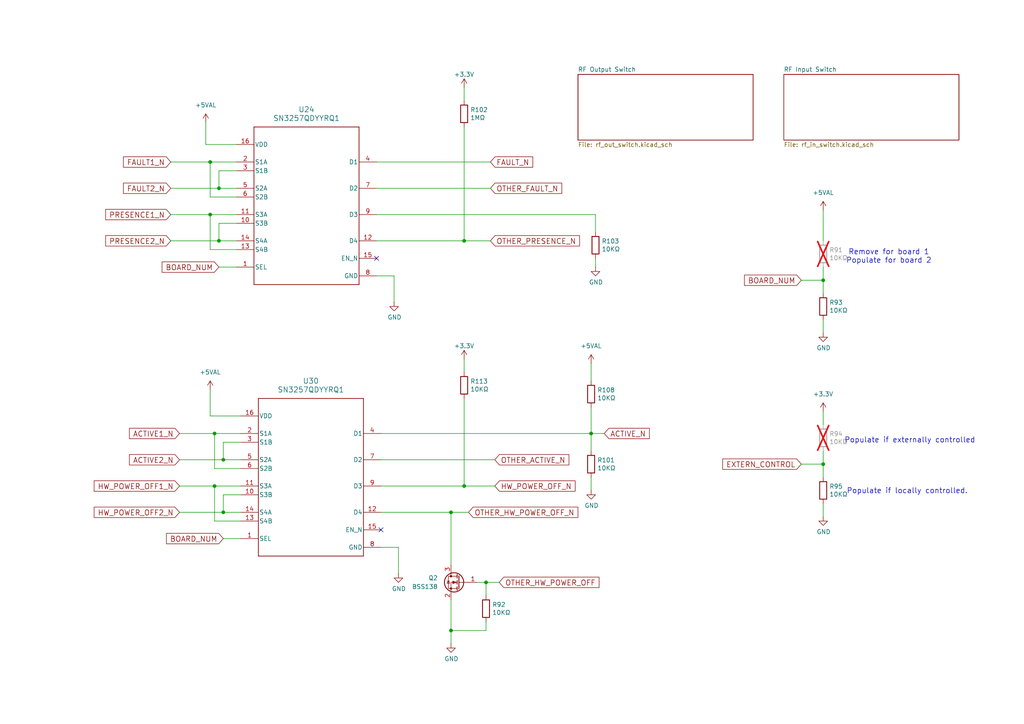
<source format=kicad_sch>
(kicad_sch (version 20250114) (generator "eeschema") (generator_version "9.0")
  (paper "A4")
  (lib_symbols
    (symbol "Device:R" (pin_numbers (hide yes)) (pin_names (offset 0))
      (property "Reference" "R" (at 2.032 0 90))
      (property "Value" "R" (at 0 0 90))
      (symbol "R_0_1"
        (rectangle (start -1.016 -2.54) (end 1.016 2.54) (stroke (width 0.254)))
      )
      (symbol "R_1_1"
        (pin passive line (at 0 3.81 270) (length 1.27) (name "~") (number "1"))
        (pin passive line (at 0 -3.81 90) (length 1.27) (name "~") (number "2"))
      )
    )
    (symbol "PACSAT_ICs:SN3257QDYYRQ1" (pin_names (offset 0.254))
      (property "Reference" "U" (at 0 2.54 0))
      (property "Value" "SN3257QDYYRQ1" (at 0 0 0))
      (symbol "SN3257QDYYRQ1_0_1"
        (polyline (pts (xy -15.24 22.86) (xy -15.24 -22.86)) (stroke (width 0.2032)))
        (polyline (pts (xy -15.24 -22.86) (xy 15.24 -22.86)) (stroke (width 0.2032)))
        (polyline (pts (xy 15.24 22.86) (xy -15.24 22.86)) (stroke (width 0.2032)))
        (polyline (pts (xy 15.24 -22.86) (xy 15.24 22.86)) (stroke (width 0.2032)))
        (pin power_in line (at -20.32 17.78 0) (length 5.08) (name "VDD") (number "16"))
        (pin bidirectional line (at -20.32 12.7 0) (length 5.08) (name "S1A") (number "2"))
        (pin bidirectional line (at -20.32 10.16 0) (length 5.08) (name "S1B") (number "3"))
        (pin bidirectional line (at -20.32 5.08 0) (length 5.08) (name "S2A") (number "5"))
        (pin bidirectional line (at -20.32 2.54 0) (length 5.08) (name "S2B") (number "6"))
        (pin bidirectional line (at -20.32 -2.54 0) (length 5.08) (name "S3A") (number "11"))
        (pin bidirectional line (at -20.32 -5.08 0) (length 5.08) (name "S3B") (number "10"))
        (pin bidirectional line (at -20.32 -10.16 0) (length 5.08) (name "S4A") (number "14"))
        (pin bidirectional line (at -20.32 -12.7 0) (length 5.08) (name "S4B") (number "13"))
        (pin input line (at -20.32 -17.78 0) (length 5.08) (name "SEL") (number "1"))
        (pin bidirectional line (at 20.32 12.7 180) (length 5.08) (name "D1") (number "4"))
        (pin bidirectional line (at 20.32 5.08 180) (length 5.08) (name "D2") (number "7"))
        (pin bidirectional line (at 20.32 -2.54 180) (length 5.08) (name "D3") (number "9"))
        (pin bidirectional line (at 20.32 -10.16 180) (length 5.08) (name "D4") (number "12"))
        (pin input line (at 20.32 -15.24 180) (length 5.08) (name "EN_N") (number "15"))
        (pin power_in line (at 20.32 -20.32 180) (length 5.08) (name "GND") (number "8"))
      )
    )
    (symbol "Transistor_FET:BSS138" (pin_names (offset 0) (hide yes))
      (property "Reference" "Q" (at 5.08 1.905 0))
      (property "Value" "BSS138" (at 5.08 0 0))
      (symbol "BSS138_0_1"
        (polyline (pts (xy 0.254 1.905) (xy 0.254 -1.905)) (stroke (width 0.254)))
        (polyline (pts (xy 0.254 0) (xy -2.54 0)))
        (polyline (pts (xy 0.762 2.286) (xy 0.762 1.27)) (stroke (width 0.254)))
        (polyline (pts (xy 0.762 0.508) (xy 0.762 -0.508)) (stroke (width 0.254)))
        (polyline (pts (xy 0.762 -1.27) (xy 0.762 -2.286)) (stroke (width 0.254)))
        (polyline (pts (xy 0.762 -1.778) (xy 3.302 -1.778) (xy 3.302 1.778) (xy 0.762 1.778)))
        (polyline (pts (xy 1.016 0) (xy 2.032 0.381) (xy 2.032 -0.381) (xy 1.016 0)) (fill (type outline)))
        (circle (center 1.651 0) (radius 2.794) (stroke (width 0.254)))
        (polyline (pts (xy 2.54 2.54) (xy 2.54 1.778)))
        (circle (center 2.54 1.778) (radius 0.254) (fill (type outline)))
        (circle (center 2.54 -1.778) (radius 0.254) (fill (type outline)))
        (polyline (pts (xy 2.54 -2.54) (xy 2.54 0) (xy 0.762 0)))
        (polyline (pts (xy 2.921 0.381) (xy 3.683 0.381)))
        (polyline (pts (xy 3.302 0.381) (xy 2.921 -0.254) (xy 3.683 -0.254) (xy 3.302 0.381)))
      )
      (symbol "BSS138_1_1"
        (pin input line (at -5.08 0 0) (length 2.54) (name "G") (number "1"))
        (pin passive line (at 2.54 5.08 270) (length 2.54) (name "D") (number "3"))
        (pin passive line (at 2.54 -5.08 90) (length 2.54) (name "S") (number "2"))
      )
    )
    (symbol "power:+3.3V" (power) (pin_numbers (hide yes)) (pin_names (offset 0) (hide yes))
      (property "Value" "+3.3V" (at 0 3.556 0))
      (symbol "+3.3V_0_1"
        (polyline (pts (xy -0.762 1.27) (xy 0 2.54)))
        (polyline (pts (xy 0 2.54) (xy 0.762 1.27)))
        (polyline (pts (xy 0 0) (xy 0 2.54)))
      )
      (symbol "+3.3V_1_1"
        (pin power_in line (at 0 0 90) (length 0) (name "~") (number "1"))
      )
    )
    (symbol "power:+5V" (power) (pin_numbers (hide yes)) (pin_names (offset 0) (hide yes))
      (property "Value" "+5V" (at 0 3.556 0))
      (symbol "+5V_0_1"
        (polyline (pts (xy -0.762 1.27) (xy 0 2.54)))
        (polyline (pts (xy 0 2.54) (xy 0.762 1.27)))
        (polyline (pts (xy 0 0) (xy 0 2.54)))
      )
      (symbol "+5V_1_1"
        (pin power_in line (at 0 0 90) (length 0) (name "~") (number "1"))
      )
    )
    (symbol "power:GND" (power) (pin_numbers (hide yes)) (pin_names (offset 0) (hide yes))
      (property "Value" "GND" (at 0 -3.81 0))
      (symbol "GND_0_1"
        (polyline (pts (xy 0 0) (xy 0 -1.27) (xy 1.27 -1.27) (xy 0 -2.54) (xy -1.27 -1.27) (xy 0 -1.27)))
      )
      (symbol "GND_1_1"
        (pin power_in line (at 0 0 270) (length 0) (name "~") (number "1"))
      )
    )
  )
  (text "Remove for board 1\nPopulate for board 2" (at 257.81 74.422 0) (effects (font (size 1.524 1.524))))
  (text "Populate if externally controlled" (at 263.906 127.762 0) (effects (font (size 1.524 1.524))))
  (text "Populate if locally controlled." (at 263.144 142.494 0) (effects (font (size 1.524 1.524))))
  (junction (at 130.81 148.59))
  (junction (at 140.97 168.91))
  (junction (at 64.77 133.35))
  (junction (at 63.5 54.61))
  (junction (at 134.62 140.97))
  (junction (at 63.5 69.85))
  (junction (at 64.77 148.59))
  (junction (at 130.81 182.88))
  (junction (at 238.76 81.28))
  (junction (at 238.76 134.62))
  (junction (at 62.23 125.73))
  (junction (at 171.45 125.73))
  (junction (at 62.23 140.97))
  (junction (at 134.62 69.85))
  (junction (at 60.96 46.99))
  (junction (at 60.96 62.23))
  (no_connect (at 110.49 153.67))
  (no_connect (at 109.22 74.93))
  (wire (pts (xy 238.76 130.81) (xy 238.76 134.62)))
  (wire (pts (xy 130.81 148.59) (xy 110.49 148.59)))
  (wire (pts (xy 140.97 168.91) (xy 140.97 172.72)))
  (wire (pts (xy 114.3 87.63) (xy 114.3 80.01)))
  (wire (pts (xy 52.07 148.59) (xy 64.77 148.59)))
  (wire (pts (xy 62.23 151.13) (xy 62.23 140.97)))
  (wire (pts (xy 115.57 166.37) (xy 115.57 158.75)))
  (wire (pts (xy 60.96 120.65) (xy 69.85 120.65)))
  (wire (pts (xy 171.45 118.11) (xy 171.45 125.73)))
  (wire (pts (xy 109.22 62.23) (xy 172.72 62.23)))
  (wire (pts (xy 63.5 77.47) (xy 68.58 77.47)))
  (wire (pts (xy 62.23 140.97) (xy 69.85 140.97)))
  (wire (pts (xy 109.22 46.99) (xy 142.24 46.99)))
  (wire (pts (xy 134.62 69.85) (xy 142.24 69.85)))
  (wire (pts (xy 59.69 35.56) (xy 59.69 41.91)))
  (wire (pts (xy 62.23 125.73) (xy 69.85 125.73)))
  (wire (pts (xy 60.96 113.03) (xy 60.96 120.65)))
  (wire (pts (xy 49.53 54.61) (xy 63.5 54.61)))
  (wire (pts (xy 140.97 182.88) (xy 130.81 182.88)))
  (wire (pts (xy 134.62 140.97) (xy 143.51 140.97)))
  (wire (pts (xy 63.5 49.53) (xy 63.5 54.61)))
  (wire (pts (xy 64.77 156.21) (xy 69.85 156.21)))
  (wire (pts (xy 49.53 69.85) (xy 63.5 69.85)))
  (wire (pts (xy 52.07 140.97) (xy 62.23 140.97)))
  (wire (pts (xy 110.49 125.73) (xy 171.45 125.73)))
  (wire (pts (xy 140.97 180.34) (xy 140.97 182.88)))
  (wire (pts (xy 138.43 168.91) (xy 140.97 168.91)))
  (wire (pts (xy 238.76 60.96) (xy 238.76 69.85)))
  (wire (pts (xy 110.49 133.35) (xy 143.51 133.35)))
  (wire (pts (xy 134.62 104.14) (xy 134.62 107.95)))
  (wire (pts (xy 134.62 115.57) (xy 134.62 140.97)))
  (wire (pts (xy 52.07 125.73) (xy 62.23 125.73)))
  (wire (pts (xy 134.62 36.83) (xy 134.62 69.85)))
  (wire (pts (xy 59.69 41.91) (xy 68.58 41.91)))
  (wire (pts (xy 69.85 143.51) (xy 64.77 143.51)))
  (wire (pts (xy 171.45 125.73) (xy 171.45 130.81)))
  (wire (pts (xy 64.77 148.59) (xy 69.85 148.59)))
  (wire (pts (xy 68.58 72.39) (xy 60.96 72.39)))
  (wire (pts (xy 60.96 46.99) (xy 68.58 46.99)))
  (wire (pts (xy 64.77 143.51) (xy 64.77 148.59)))
  (wire (pts (xy 238.76 134.62) (xy 238.76 138.43)))
  (wire (pts (xy 69.85 151.13) (xy 62.23 151.13)))
  (wire (pts (xy 69.85 128.27) (xy 64.77 128.27)))
  (wire (pts (xy 232.41 134.62) (xy 238.76 134.62)))
  (wire (pts (xy 62.23 125.73) (xy 62.23 135.89)))
  (wire (pts (xy 63.5 69.85) (xy 68.58 69.85)))
  (wire (pts (xy 140.97 168.91) (xy 144.78 168.91)))
  (wire (pts (xy 232.41 81.28) (xy 238.76 81.28)))
  (wire (pts (xy 172.72 74.93) (xy 172.72 77.47)))
  (wire (pts (xy 110.49 140.97) (xy 134.62 140.97)))
  (wire (pts (xy 238.76 146.05) (xy 238.76 149.86)))
  (wire (pts (xy 110.49 158.75) (xy 115.57 158.75)))
  (wire (pts (xy 60.96 72.39) (xy 60.96 62.23)))
  (wire (pts (xy 60.96 62.23) (xy 68.58 62.23)))
  (wire (pts (xy 109.22 54.61) (xy 142.24 54.61)))
  (wire (pts (xy 63.5 64.77) (xy 63.5 69.85)))
  (wire (pts (xy 64.77 128.27) (xy 64.77 133.35)))
  (wire (pts (xy 68.58 64.77) (xy 63.5 64.77)))
  (wire (pts (xy 171.45 138.43) (xy 171.45 142.24)))
  (wire (pts (xy 130.81 173.99) (xy 130.81 182.88)))
  (wire (pts (xy 60.96 57.15) (xy 60.96 46.99)))
  (wire (pts (xy 68.58 57.15) (xy 60.96 57.15)))
  (wire (pts (xy 171.45 125.73) (xy 175.26 125.73)))
  (wire (pts (xy 49.53 46.99) (xy 60.96 46.99)))
  (wire (pts (xy 130.81 182.88) (xy 130.81 186.69)))
  (wire (pts (xy 49.53 62.23) (xy 60.96 62.23)))
  (wire (pts (xy 109.22 69.85) (xy 134.62 69.85)))
  (wire (pts (xy 238.76 81.28) (xy 238.76 85.09)))
  (wire (pts (xy 109.22 80.01) (xy 114.3 80.01)))
  (wire (pts (xy 64.77 133.35) (xy 69.85 133.35)))
  (wire (pts (xy 238.76 92.71) (xy 238.76 96.52)))
  (wire (pts (xy 238.76 119.38) (xy 238.76 123.19)))
  (wire (pts (xy 238.76 77.47) (xy 238.76 81.28)))
  (wire (pts (xy 171.45 110.49) (xy 171.45 105.41)))
  (wire (pts (xy 63.5 54.61) (xy 68.58 54.61)))
  (wire (pts (xy 68.58 49.53) (xy 63.5 49.53)))
  (wire (pts (xy 172.72 62.23) (xy 172.72 67.31)))
  (wire (pts (xy 130.81 148.59) (xy 130.81 163.83)))
  (wire (pts (xy 52.07 133.35) (xy 64.77 133.35)))
  (wire (pts (xy 130.81 148.59) (xy 135.89 148.59)))
  (wire (pts (xy 69.85 135.89) (xy 62.23 135.89)))
  (wire (pts (xy 134.62 25.4) (xy 134.62 29.21)))
  (global_label "ACTIVE1_N" (shape input) (at 52.07 125.73 180) (effects (font (size 1.524 1.524))) (property "Intersheetrefs" "${INTERSHEET_REFS}" (effects (hide yes))))
  (global_label "BOARD_NUM" (shape input) (at 232.41 81.28 180) (effects (font (size 1.524 1.524))) (property "Intersheetrefs" "${INTERSHEET_REFS}" (effects (hide yes))))
  (global_label "ACTIVE2_N" (shape input) (at 52.07 133.35 180) (effects (font (size 1.524 1.524))) (property "Intersheetrefs" "${INTERSHEET_REFS}" (effects (hide yes))))
  (global_label "ACTIVE_N" (shape input) (at 175.26 125.73 0) (effects (font (size 1.524 1.524))) (property "Intersheetrefs" "${INTERSHEET_REFS}" (effects (hide yes))))
  (global_label "OTHER_PRESENCE_N" (shape input) (at 142.24 69.85 0) (effects (font (size 1.524 1.524))) (property "Intersheetrefs" "${INTERSHEET_REFS}" (effects (hide yes))))
  (global_label "FAULT2_N" (shape input) (at 49.53 54.61 180) (effects (font (size 1.524 1.524))) (property "Intersheetrefs" "${INTERSHEET_REFS}" (effects (hide yes))))
  (global_label "HW_POWER_OFF1_N" (shape input) (at 52.07 140.97 180) (effects (font (size 1.524 1.524))) (property "Intersheetrefs" "${INTERSHEET_REFS}" (effects (hide yes))))
  (global_label "PRESENCE1_N" (shape input) (at 49.53 62.23 180) (effects (font (size 1.524 1.524))) (property "Intersheetrefs" "${INTERSHEET_REFS}" (effects (hide yes))))
  (global_label "FAULT1_N" (shape input) (at 49.53 46.99 180) (effects (font (size 1.524 1.524))) (property "Intersheetrefs" "${INTERSHEET_REFS}" (effects (hide yes))))
  (global_label "FAULT_N" (shape input) (at 142.24 46.99 0) (effects (font (size 1.524 1.524))) (property "Intersheetrefs" "${INTERSHEET_REFS}" (effects (hide yes))))
  (global_label "EXTERN_CONTROL" (shape input) (at 232.41 134.62 180) (effects (font (size 1.524 1.524))) (property "Intersheetrefs" "${INTERSHEET_REFS}" (effects (hide yes))))
  (global_label "OTHER_HW_POWER_OFF_N" (shape input) (at 135.89 148.59 0) (effects (font (size 1.524 1.524))) (property "Intersheetrefs" "${INTERSHEET_REFS}" (effects (hide yes))))
  (global_label "BOARD_NUM" (shape input) (at 64.77 156.21 180) (effects (font (size 1.524 1.524))) (property "Intersheetrefs" "${INTERSHEET_REFS}" (effects (hide yes))))
  (global_label "OTHER_ACTIVE_N" (shape input) (at 143.51 133.35 0) (effects (font (size 1.524 1.524))) (property "Intersheetrefs" "${INTERSHEET_REFS}" (effects (hide yes))))
  (global_label "HW_POWER_OFF2_N" (shape input) (at 52.07 148.59 180) (effects (font (size 1.524 1.524))) (property "Intersheetrefs" "${INTERSHEET_REFS}" (effects (hide yes))))
  (global_label "OTHER_FAULT_N" (shape input) (at 142.24 54.61 0) (effects (font (size 1.524 1.524))) (property "Intersheetrefs" "${INTERSHEET_REFS}" (effects (hide yes))))
  (global_label "PRESENCE2_N" (shape input) (at 49.53 69.85 180) (effects (font (size 1.524 1.524))) (property "Intersheetrefs" "${INTERSHEET_REFS}" (effects (hide yes))))
  (global_label "HW_POWER_OFF_N" (shape input) (at 143.51 140.97 0) (effects (font (size 1.524 1.524))) (property "Intersheetrefs" "${INTERSHEET_REFS}" (effects (hide yes))))
  (global_label "BOARD_NUM" (shape input) (at 63.5 77.47 180) (effects (font (size 1.524 1.524))) (property "Intersheetrefs" "${INTERSHEET_REFS}" (effects (hide yes))))
  (global_label "OTHER_HW_POWER_OFF" (shape input) (at 144.78 168.91 0) (effects (font (size 1.524 1.524))) (property "Intersheetrefs" "${INTERSHEET_REFS}" (effects (hide yes))))
  (symbol (lib_id "Device:R") (at 238.76 73.66 0) (unit 1) (dnp yes)
    (property "Reference" "R91" (at 240.538 72.4916 0) (effects (justify left)))
    (property "Value" "10KΩ" (at 240.538 74.803 0) (effects (justify left)))
    (property "Footprint" "Resistor_SMD:R_0402_1005Metric_Pad0.72x0.64mm_HandSolder" (effects (hide yes)))
  )
  (symbol (lib_id "power:+3.3V") (at 238.76 119.38 0) (unit 1)
    (property "Reference" "#PWR0235" (effects (hide yes)))
    (property "Value" "+3.3V" (at 238.76 114.3 0))
  )
  (symbol (lib_id "power:+3.3V") (at 134.62 104.14 0) (unit 1)
    (property "Reference" "#PWR0268" (effects (hide yes)))
    (property "Value" "+3.3V" (at 134.62 100.33 0))
  )
  (symbol (lib_id "Transistor_FET:BSS138") (at 133.35 168.91 0) (mirror y) (unit 1)
    (property "Reference" "Q2" (at 127 167.6399 0) (effects (justify left)))
    (property "Value" "BSS138" (at 127 170.1799 0) (effects (justify left)))
    (property "Footprint" "Package_TO_SOT_SMD:SOT-523" (effects (hide yes)))
    (property "Datasheet" "https://www.onsemi.com/pub/Collateral/BSS138-D.PDF" (effects (hide yes)))
    (property "Description" "50V Vds, 0.22A Id, N-Channel MOSFET, SOT-23" (effects (hide yes)))
  )
  (symbol (lib_id "power:+3.3V") (at 134.62 25.4 0) (unit 1)
    (property "Reference" "#PWR0266" (effects (hide yes)))
    (property "Value" "+3.3V" (at 134.62 21.59 0))
  )
  (symbol (lib_id "Device:R") (at 238.76 142.24 0) (unit 1)
    (property "Reference" "R95" (at 240.538 141.0716 0) (effects (justify left)))
    (property "Value" "10KΩ" (at 240.538 143.383 0) (effects (justify left)))
    (property "Footprint" "Resistor_SMD:R_0402_1005Metric_Pad0.72x0.64mm_HandSolder" (effects (hide yes)))
  )
  (symbol (lib_id "Device:R") (at 171.45 114.3 0) (unit 1)
    (property "Reference" "R108" (at 173.228 113.1316 0) (effects (justify left)))
    (property "Value" "10KΩ" (at 173.228 115.443 0) (effects (justify left)))
    (property "Footprint" "Resistor_SMD:R_0402_1005Metric_Pad0.72x0.64mm_HandSolder" (effects (hide yes)))
  )
  (symbol (lib_id "Device:R") (at 238.76 127 0) (unit 1) (dnp yes)
    (property "Reference" "R94" (at 240.538 125.8316 0) (effects (justify left)))
    (property "Value" "10KΩ" (at 240.538 128.143 0) (effects (justify left)))
    (property "Footprint" "Resistor_SMD:R_0402_1005Metric_Pad0.72x0.64mm_HandSolder" (effects (hide yes)))
  )
  (symbol (lib_id "PACSAT_ICs:SN3257QDYYRQ1") (at 88.9 59.69 0) (unit 1)
    (property "Reference" "U24" (at 88.9 31.75 0) (effects (font (size 1.524 1.524))))
    (property "Value" "SN3257QDYYRQ1" (at 88.9 34.29 0) (effects (font (size 1.524 1.524))))
    (property "Footprint" "PacSatDev_ti:DYY0016A" (effects (hide yes)))
    (property "Datasheet" "https://www.ti.com/lit/gpn/sn3257-q1" (effects (hide yes)))
  )
  (symbol (lib_id "power:+5V") (at 171.45 105.41 0) (unit 1)
    (property "Reference" "#PWR0288" (effects (hide yes)))
    (property "Value" "+5VAL" (at 171.45 100.33 0))
  )
  (symbol (lib_id "power:GND") (at 130.81 186.69 0) (unit 1)
    (property "Reference" "#PWR0273" (effects (hide yes)))
    (property "Value" "GND" (at 130.937 191.0842 0))
  )
  (symbol (lib_id "PACSAT_ICs:SN3257QDYYRQ1") (at 90.17 138.43 0) (unit 1)
    (property "Reference" "U30" (at 90.17 110.49 0) (effects (font (size 1.524 1.524))))
    (property "Value" "SN3257QDYYRQ1" (at 90.17 113.03 0) (effects (font (size 1.524 1.524))))
    (property "Footprint" "PacSatDev_ti:DYY0016A" (effects (hide yes)))
    (property "Datasheet" "https://www.ti.com/lit/gpn/sn3257-q1" (effects (hide yes)))
  )
  (symbol (lib_id "Device:R") (at 140.97 176.53 0) (unit 1)
    (property "Reference" "R92" (at 142.748 175.3616 0) (effects (justify left)))
    (property "Value" "10KΩ" (at 142.748 177.673 0) (effects (justify left)))
    (property "Footprint" "Resistor_SMD:R_0402_1005Metric_Pad0.72x0.64mm_HandSolder" (effects (hide yes)))
  )
  (symbol (lib_id "Device:R") (at 171.45 134.62 0) (unit 1)
    (property "Reference" "R101" (at 173.228 133.4516 0) (effects (justify left)))
    (property "Value" "10KΩ" (at 173.228 135.763 0) (effects (justify left)))
    (property "Footprint" "Resistor_SMD:R_0402_1005Metric_Pad0.72x0.64mm_HandSolder" (effects (hide yes)))
  )
  (symbol (lib_id "power:+5V") (at 60.96 113.03 0) (unit 1)
    (property "Reference" "#PWR0285" (effects (hide yes)))
    (property "Value" "+5VAL" (at 60.96 107.95 0))
  )
  (symbol (lib_id "Device:R") (at 134.62 33.02 0) (unit 1)
    (property "Reference" "R102" (at 136.398 31.8516 0) (effects (justify left)))
    (property "Value" "1MΩ" (at 136.398 34.163 0) (effects (justify left)))
    (property "Footprint" "Resistor_SMD:R_0402_1005Metric_Pad0.72x0.64mm_HandSolder" (effects (hide yes)))
  )
  (symbol (lib_id "power:+5V") (at 238.76 60.96 0) (unit 1)
    (property "Reference" "#PWR0289" (effects (hide yes)))
    (property "Value" "+5VAL" (at 238.76 55.88 0))
  )
  (symbol (lib_id "Device:R") (at 238.76 88.9 0) (unit 1)
    (property "Reference" "R93" (at 240.538 87.7316 0) (effects (justify left)))
    (property "Value" "10KΩ" (at 240.538 90.043 0) (effects (justify left)))
    (property "Footprint" "Resistor_SMD:R_0402_1005Metric_Pad0.72x0.64mm_HandSolder" (effects (hide yes)))
  )
  (symbol (lib_id "power:GND") (at 238.76 96.52 0) (unit 1)
    (property "Reference" "#PWR0263" (effects (hide yes)))
    (property "Value" "GND" (at 238.887 100.9142 0))
  )
  (symbol (lib_id "power:GND") (at 114.3 87.63 0) (unit 1)
    (property "Reference" "#PWR0269" (effects (hide yes)))
    (property "Value" "GND" (at 114.427 92.0242 0))
  )
  (symbol (lib_id "power:GND") (at 238.76 149.86 0) (unit 1)
    (property "Reference" "#PWR0236" (effects (hide yes)))
    (property "Value" "GND" (at 238.887 154.2542 0))
  )
  (symbol (lib_id "power:GND") (at 172.72 77.47 0) (unit 1)
    (property "Reference" "#PWR0262" (effects (hide yes)))
    (property "Value" "GND" (at 172.847 81.8642 0))
  )
  (symbol (lib_id "power:GND") (at 115.57 166.37 0) (unit 1)
    (property "Reference" "#PWR0270" (effects (hide yes)))
    (property "Value" "GND" (at 115.697 170.7642 0))
  )
  (symbol (lib_id "Device:R") (at 134.62 111.76 0) (unit 1)
    (property "Reference" "R113" (at 136.398 110.5916 0) (effects (justify left)))
    (property "Value" "10KΩ" (at 136.398 112.903 0) (effects (justify left)))
    (property "Footprint" "Resistor_SMD:R_0402_1005Metric_Pad0.72x0.64mm_HandSolder" (effects (hide yes)))
  )
  (symbol (lib_id "power:+5V") (at 59.69 35.56 0) (unit 1)
    (property "Reference" "#PWR0177" (effects (hide yes)))
    (property "Value" "+5VAL" (at 59.69 30.48 0))
  )
  (symbol (lib_id "power:GND") (at 171.45 142.24 0) (unit 1)
    (property "Reference" "#PWR0267" (effects (hide yes)))
    (property "Value" "GND" (at 171.577 146.6342 0))
  )
  (symbol (lib_id "Device:R") (at 172.72 71.12 0) (unit 1)
    (property "Reference" "R103" (at 174.498 69.9516 0) (effects (justify left)))
    (property "Value" "10KΩ" (at 174.498 72.263 0) (effects (justify left)))
    (property "Footprint" "Resistor_SMD:R_0402_1005Metric_Pad0.72x0.64mm_HandSolder" (effects (hide yes)))
  )
  (sheet (at 167.64 21.59) (size 50.8 19.05) (stroke (width 0.1524))
    (property "Sheetname" "RF Output Switch" (at 167.64 20.8784 0) (effects (justify left bottom)))
    (property "Sheetfile" "rf_out_switch.kicad_sch" (at 167.64 41.2246 0) (effects (justify left top)))
  )
  (sheet (at 227.33 21.59) (size 50.8 19.05) (stroke (width 0.1524))
    (property "Sheetname" "RF Input Switch" (at 227.33 20.8784 0) (effects (justify left bottom)))
    (property "Sheetfile" "rf_in_switch.kicad_sch" (at 227.33 41.2246 0) (effects (justify left top)))
  )
)
</source>
